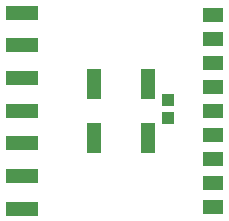
<source format=gbp>
G04 DipTrace 3.3.1.1*
G04 BottomPaste.gbp*
%MOIN*%
G04 #@! TF.FileFunction,Paste,Bot*
G04 #@! TF.Part,Single*
%ADD39R,0.070866X0.047126*%
%ADD45R,0.047244X0.101772*%
%ADD49R,0.110236X0.046626*%
%ADD51R,0.042126X0.042126*%
%FSLAX26Y26*%
G04*
G70*
G90*
G75*
G01*
G04 BotPaste*
%LPD*%
D51*
X943701Y781201D3*
Y843503D3*
D49*
X456345Y479396D3*
Y588396D3*
Y697396D3*
Y806396D3*
Y915396D3*
Y1024396D3*
Y1133396D3*
D45*
X874951Y893701D3*
Y716535D3*
X697786D3*
Y893701D3*
D39*
X1093701Y1124950D3*
Y1044950D3*
Y964950D3*
Y884950D3*
Y804950D3*
Y724950D3*
Y644950D3*
Y564950D3*
Y484950D3*
M02*

</source>
